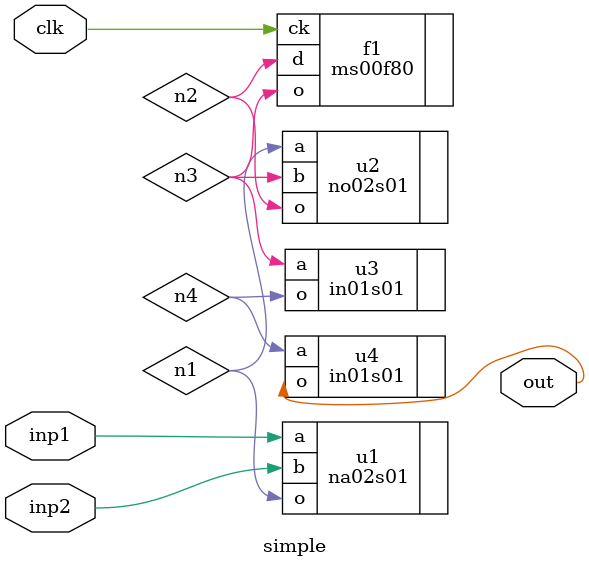
<source format=v>

module simple (
inp1,
inp2,
clk,
out
);

// Start PIs
input inp1;
input inp2;
input clk;

// Start POs
output out;

// Start wires
wire n1;
wire n2;
wire n3;
wire n4;
wire inp1;
wire inp2;
wire clk;
wire out;

// Start cells
na02s01 u1 ( .a(inp1), .b(inp2), .o(n1) );
no02s01 u2 ( .a(n1), .b(n3), .o(n2) );
ms00f80 f1 ( .d(n2), .ck(clk), .o(n3) );
in01s01 u3 ( .a(n3), .o(n4) );
in01s01 u4 ( .a(n4), .o(out) );

endmodule

</source>
